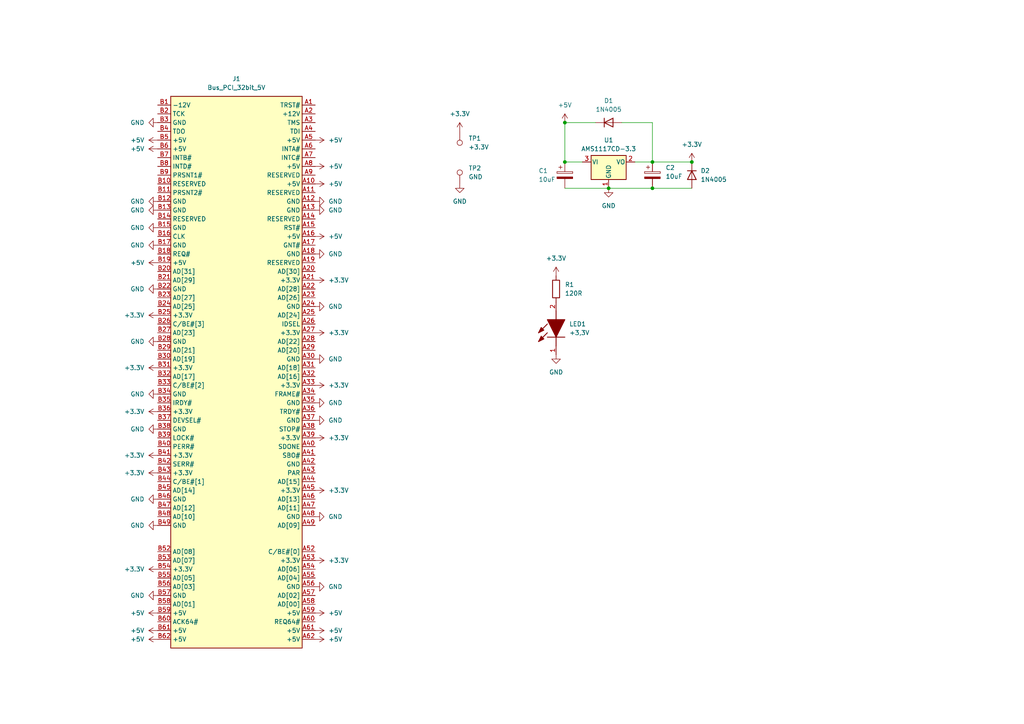
<source format=kicad_sch>
(kicad_sch (version 20230121) (generator eeschema)
  (paper "A4")
  (lib_symbols
    (symbol "Connector:Bus_PCI_32bit_5V"
      (property "Reference" "J" (at 0 80.01 0))
      (property "Value" "Bus_PCI_32bit_5V" (at 0 -82.55 0))
      (symbol "Bus_PCI_32bit_5V_0_1"
        (rectangle (start -19.05 -81.28) (end 19.05 78.74) (stroke (width 0.254)) (fill (type background)))
      )
      (symbol "Bus_PCI_32bit_5V_1_1"
        (pin output line (at 22.86 76.2 180) (length 3.81) (name "TRST#") (number "A1"))
        (pin power_in line (at 22.86 53.34 180) (length 3.81) (name "+5V") (number "A10"))
        (pin passive line (at 22.86 50.8 180) (length 3.81) (name "RESERVED") (number "A11"))
        (pin power_in line (at 22.86 48.26 180) (length 3.81) (name "GND") (number "A12"))
        (pin power_in line (at 22.86 45.72 180) (length 3.81) (name "GND") (number "A13"))
        (pin passive line (at 22.86 43.18 180) (length 3.81) (name "RESERVED") (number "A14"))
        (pin output line (at 22.86 40.64 180) (length 3.81) (name "RST#") (number "A15"))
        (pin power_in line (at 22.86 38.1 180) (length 3.81) (name "+5V") (number "A16"))
        (pin bidirectional line (at 22.86 35.56 180) (length 3.81) (name "GNT#") (number "A17"))
        (pin power_in line (at 22.86 33.02 180) (length 3.81) (name "GND") (number "A18"))
        (pin passive line (at 22.86 30.48 180) (length 3.81) (name "RESERVED") (number "A19"))
        (pin power_in line (at 22.86 73.66 180) (length 3.81) (name "+12V") (number "A2"))
        (pin bidirectional line (at 22.86 27.94 180) (length 3.81) (name "AD[30]") (number "A20"))
        (pin power_in line (at 22.86 25.4 180) (length 3.81) (name "+3.3V") (number "A21"))
        (pin bidirectional line (at 22.86 22.86 180) (length 3.81) (name "AD[28]") (number "A22"))
        (pin bidirectional line (at 22.86 20.32 180) (length 3.81) (name "AD[26]") (number "A23"))
        (pin power_in line (at 22.86 17.78 180) (length 3.81) (name "GND") (number "A24"))
        (pin bidirectional line (at 22.86 15.24 180) (length 3.81) (name "AD[24]") (number "A25"))
        (pin output line (at 22.86 12.7 180) (length 3.81) (name "IDSEL") (number "A26"))
        (pin power_in line (at 22.86 10.16 180) (length 3.81) (name "+3.3V") (number "A27"))
        (pin bidirectional line (at 22.86 7.62 180) (length 3.81) (name "AD[22]") (number "A28"))
        (pin bidirectional line (at 22.86 5.08 180) (length 3.81) (name "AD[20]") (number "A29"))
        (pin output line (at 22.86 71.12 180) (length 3.81) (name "TMS") (number "A3"))
        (pin power_in line (at 22.86 2.54 180) (length 3.81) (name "GND") (number "A30"))
        (pin bidirectional line (at 22.86 0 180) (length 3.81) (name "AD[18]") (number "A31"))
        (pin bidirectional line (at 22.86 -2.54 180) (length 3.81) (name "AD[16]") (number "A32"))
        (pin power_in line (at 22.86 -5.08 180) (length 3.81) (name "+3.3V") (number "A33"))
        (pin bidirectional line (at 22.86 -7.62 180) (length 3.81) (name "FRAME#") (number "A34"))
        (pin power_in line (at 22.86 -10.16 180) (length 3.81) (name "GND") (number "A35"))
        (pin bidirectional line (at 22.86 -12.7 180) (length 3.81) (name "TRDY#") (number "A36"))
        (pin power_in line (at 22.86 -15.24 180) (length 3.81) (name "GND") (number "A37"))
        (pin bidirectional line (at 22.86 -17.78 180) (length 3.81) (name "STOP#") (number "A38"))
        (pin power_in line (at 22.86 -20.32 180) (length 3.81) (name "+3.3V") (number "A39"))
        (pin output line (at 22.86 68.58 180) (length 3.81) (name "TDI") (number "A4"))
        (pin bidirectional line (at 22.86 -22.86 180) (length 3.81) (name "SDONE") (number "A40"))
        (pin bidirectional line (at 22.86 -25.4 180) (length 3.81) (name "SBO#") (number "A41"))
        (pin power_in line (at 22.86 -27.94 180) (length 3.81) (name "GND") (number "A42"))
        (pin bidirectional line (at 22.86 -30.48 180) (length 3.81) (name "PAR") (number "A43"))
        (pin bidirectional line (at 22.86 -33.02 180) (length 3.81) (name "AD[15]") (number "A44"))
        (pin power_in line (at 22.86 -35.56 180) (length 3.81) (name "+3.3V") (number "A45"))
        (pin bidirectional line (at 22.86 -38.1 180) (length 3.81) (name "AD[13]") (number "A46"))
        (pin bidirectional line (at 22.86 -40.64 180) (length 3.81) (name "AD[11]") (number "A47"))
        (pin power_in line (at 22.86 -43.18 180) (length 3.81) (name "GND") (number "A48"))
        (pin bidirectional line (at 22.86 -45.72 180) (length 3.81) (name "AD[09]") (number "A49"))
        (pin power_in line (at 22.86 66.04 180) (length 3.81) (name "+5V") (number "A5"))
        (pin bidirectional line (at 22.86 -53.34 180) (length 3.81) (name "C/BE#[0]") (number "A52"))
        (pin power_in line (at 22.86 -55.88 180) (length 3.81) (name "+3.3V") (number "A53"))
        (pin bidirectional line (at 22.86 -58.42 180) (length 3.81) (name "AD[06]") (number "A54"))
        (pin bidirectional line (at 22.86 -60.96 180) (length 3.81) (name "AD[04]") (number "A55"))
        (pin power_in line (at 22.86 -63.5 180) (length 3.81) (name "GND") (number "A56"))
        (pin bidirectional line (at 22.86 -66.04 180) (length 3.81) (name "AD[02]") (number "A57"))
        (pin bidirectional line (at 22.86 -68.58 180) (length 3.81) (name "AD[00]") (number "A58"))
        (pin power_in line (at 22.86 -71.12 180) (length 3.81) (name "+5V") (number "A59"))
        (pin input line (at 22.86 63.5 180) (length 3.81) (name "INTA#") (number "A6"))
        (pin bidirectional line (at 22.86 -73.66 180) (length 3.81) (name "REQ64#") (number "A60"))
        (pin power_in line (at 22.86 -76.2 180) (length 3.81) (name "+5V") (number "A61"))
        (pin power_in line (at 22.86 -78.74 180) (length 3.81) (name "+5V") (number "A62"))
        (pin input line (at 22.86 60.96 180) (length 3.81) (name "INTC#") (number "A7"))
        (pin power_in line (at 22.86 58.42 180) (length 3.81) (name "+5V") (number "A8"))
        (pin passive line (at 22.86 55.88 180) (length 3.81) (name "RESERVED") (number "A9"))
        (pin power_in line (at -22.86 76.2 0) (length 3.81) (name "-12V") (number "B1"))
        (pin passive line (at -22.86 53.34 0) (length 3.81) (name "RESERVED") (number "B10"))
        (pin input line (at -22.86 50.8 0) (length 3.81) (name "PRSNT2#") (number "B11"))
        (pin power_in line (at -22.86 48.26 0) (length 3.81) (name "GND") (number "B12"))
        (pin power_in line (at -22.86 45.72 0) (length 3.81) (name "GND") (number "B13"))
        (pin passive line (at -22.86 43.18 0) (length 3.81) (name "RESERVED") (number "B14"))
        (pin power_in line (at -22.86 40.64 0) (length 3.81) (name "GND") (number "B15"))
        (pin output line (at -22.86 38.1 0) (length 3.81) (name "CLK") (number "B16"))
        (pin power_in line (at -22.86 35.56 0) (length 3.81) (name "GND") (number "B17"))
        (pin bidirectional line (at -22.86 33.02 0) (length 3.81) (name "REQ#") (number "B18"))
        (pin power_in line (at -22.86 30.48 0) (length 3.81) (name "+5V") (number "B19"))
        (pin output line (at -22.86 73.66 0) (length 3.81) (name "TCK") (number "B2"))
        (pin bidirectional line (at -22.86 27.94 0) (length 3.81) (name "AD[31]") (number "B20"))
        (pin bidirectional line (at -22.86 25.4 0) (length 3.81) (name "AD[29]") (number "B21"))
        (pin power_in line (at -22.86 22.86 0) (length 3.81) (name "GND") (number "B22"))
        (pin bidirectional line (at -22.86 20.32 0) (length 3.81) (name "AD[27]") (number "B23"))
        (pin bidirectional line (at -22.86 17.78 0) (length 3.81) (name "AD[25]") (number "B24"))
        (pin power_in line (at -22.86 15.24 0) (length 3.81) (name "+3.3V") (number "B25"))
        (pin bidirectional line (at -22.86 12.7 0) (length 3.81) (name "C/BE#[3]") (number "B26"))
        (pin bidirectional line (at -22.86 10.16 0) (length 3.81) (name "AD[23]") (number "B27"))
        (pin power_in line (at -22.86 7.62 0) (length 3.81) (name "GND") (number "B28"))
        (pin bidirectional line (at -22.86 5.08 0) (length 3.81) (name "AD[21]") (number "B29"))
        (pin power_in line (at -22.86 71.12 0) (length 3.81) (name "GND") (number "B3"))
        (pin bidirectional line (at -22.86 2.54 0) (length 3.81) (name "AD[19]") (number "B30"))
        (pin power_in line (at -22.86 0 0) (length 3.81) (name "+3.3V") (number "B31"))
        (pin bidirectional line (at -22.86 -2.54 0) (length 3.81) (name "AD[17]") (number "B32"))
        (pin bidirectional line (at -22.86 -5.08 0) (length 3.81) (name "C/BE#[2]") (number "B33"))
        (pin power_in line (at -22.86 -7.62 0) (length 3.81) (name "GND") (number "B34"))
        (pin bidirectional line (at -22.86 -10.16 0) (length 3.81) (name "IRDY#") (number "B35"))
        (pin power_in line (at -22.86 -12.7 0) (length 3.81) (name "+3.3V") (number "B36"))
        (pin bidirectional line (at -22.86 -15.24 0) (length 3.81) (name "DEVSEL#") (number "B37"))
        (pin power_in line (at -22.86 -17.78 0) (length 3.81) (name "GND") (number "B38"))
        (pin bidirectional line (at -22.86 -20.32 0) (length 3.81) (name "LOCK#") (number "B39"))
        (pin input line (at -22.86 68.58 0) (length 3.81) (name "TDO") (number "B4"))
        (pin bidirectional line (at -22.86 -22.86 0) (length 3.81) (name "PERR#") (number "B40"))
        (pin power_in line (at -22.86 -25.4 0) (length 3.81) (name "+3.3V") (number "B41"))
        (pin input line (at -22.86 -27.94 0) (length 3.81) (name "SERR#") (number "B42"))
        (pin power_in line (at -22.86 -30.48 0) (length 3.81) (name "+3.3V") (number "B43"))
        (pin bidirectional line (at -22.86 -33.02 0) (length 3.81) (name "C/BE#[1]") (number "B44"))
        (pin bidirectional line (at -22.86 -35.56 0) (length 3.81) (name "AD[14]") (number "B45"))
        (pin power_in line (at -22.86 -38.1 0) (length 3.81) (name "GND") (number "B46"))
        (pin bidirectional line (at -22.86 -40.64 0) (length 3.81) (name "AD[12]") (number "B47"))
        (pin bidirectional line (at -22.86 -43.18 0) (length 3.81) (name "AD[10]") (number "B48"))
        (pin power_in line (at -22.86 -45.72 0) (length 3.81) (name "GND") (number "B49"))
        (pin power_in line (at -22.86 66.04 0) (length 3.81) (name "+5V") (number "B5"))
        (pin bidirectional line (at -22.86 -53.34 0) (length 3.81) (name "AD[08]") (number "B52"))
        (pin bidirectional line (at -22.86 -55.88 0) (length 3.81) (name "AD[07]") (number "B53"))
        (pin input line (at -22.86 -58.42 0) (length 3.81) (name "+3.3V") (number "B54"))
        (pin bidirectional line (at -22.86 -60.96 0) (length 3.81) (name "AD[05]") (number "B55"))
        (pin bidirectional line (at -22.86 -63.5 0) (length 3.81) (name "AD[03]") (number "B56"))
        (pin power_in line (at -22.86 -66.04 0) (length 3.81) (name "GND") (number "B57"))
        (pin bidirectional line (at -22.86 -68.58 0) (length 3.81) (name "AD[01]") (number "B58"))
        (pin power_in line (at -22.86 -71.12 0) (length 3.81) (name "+5V") (number "B59"))
        (pin power_in line (at -22.86 63.5 0) (length 3.81) (name "+5V") (number "B6"))
        (pin bidirectional line (at -22.86 -73.66 0) (length 3.81) (name "ACK64#") (number "B60"))
        (pin power_in line (at -22.86 -76.2 0) (length 3.81) (name "+5V") (number "B61"))
        (pin power_in line (at -22.86 -78.74 0) (length 3.81) (name "+5V") (number "B62"))
        (pin input line (at -22.86 60.96 0) (length 3.81) (name "INTB#") (number "B7"))
        (pin input line (at -22.86 58.42 0) (length 3.81) (name "INTD#") (number "B8"))
        (pin input line (at -22.86 55.88 0) (length 3.81) (name "PRSNT1#") (number "B9"))
      )
    )
    (symbol "Connector:TestPoint" (pin_numbers hide) (pin_names (offset 0.762) hide)
      (property "Reference" "TP" (at 0 6.858 0))
      (property "Value" "TestPoint" (at 0 5.08 0))
      (symbol "TestPoint_0_1"
        (circle (center 0 3.302) (radius 0.762))
      )
      (symbol "TestPoint_1_1"
        (pin passive line (at 0 0 90) (length 2.54) (name "1") (number "1"))
      )
    )
    (symbol "Device:C_Polarized" (pin_numbers hide) (pin_names (offset 0.254))
      (property "Reference" "C" (at 0.635 2.54 0))
      (property "Value" "C_Polarized" (at 0.635 -2.54 0))
      (symbol "C_Polarized_0_1"
        (rectangle (start -2.286 0.508) (end 2.286 1.016))
        (polyline (pts (xy -1.778 2.286) (xy -0.762 2.286)))
        (polyline (pts (xy -1.27 2.794) (xy -1.27 1.778)))
        (rectangle (start 2.286 -0.508) (end -2.286 -1.016) (fill (type outline)))
      )
      (symbol "C_Polarized_1_1"
        (pin passive line (at 0 3.81 270) (length 2.794) (name "~") (number "1"))
        (pin passive line (at 0 -3.81 90) (length 2.794) (name "~") (number "2"))
      )
    )
    (symbol "Device:D" (pin_numbers hide) (pin_names (offset 1.016) hide)
      (property "Reference" "D" (at 0 2.54 0))
      (property "Value" "D" (at 0 -2.54 0))
      (symbol "D_0_1"
        (polyline (pts (xy -1.27 1.27) (xy -1.27 -1.27)) (stroke (width 0.254)))
        (polyline (pts (xy 1.27 0) (xy -1.27 0)))
        (polyline (pts (xy 1.27 1.27) (xy 1.27 -1.27) (xy -1.27 0) (xy 1.27 1.27)) (stroke (width 0.254)))
      )
      (symbol "D_1_1"
        (pin passive line (at -3.81 0 0) (length 2.54) (name "K") (number "1"))
        (pin passive line (at 3.81 0 180) (length 2.54) (name "A") (number "2"))
      )
    )
    (symbol "Device:R" (pin_numbers hide) (pin_names (offset 0))
      (property "Reference" "R" (at 2.032 0 90))
      (property "Value" "R" (at 0 0 90))
      (symbol "R_0_1"
        (rectangle (start -1.016 -2.54) (end 1.016 2.54) (stroke (width 0.254)))
      )
      (symbol "R_1_1"
        (pin passive line (at 0 3.81 270) (length 1.27) (name "~") (number "1"))
        (pin passive line (at 0 -3.81 90) (length 1.27) (name "~") (number "2"))
      )
    )
    (symbol "LTL-4231NHBP:LTL-4231NHBP" (pin_names hide)
      (property "Reference" "LED" (at 12.7 8.89 0))
      (property "Value" "LTL-4231NHBP" (at 12.7 6.35 0))
      (symbol "LTL-4231NHBP_1_1"
        (polyline (pts (xy 2.54 0) (xy 5.08 0)) (stroke (width 0.254)))
        (polyline (pts (xy 5.08 2.54) (xy 5.08 -2.54)) (stroke (width 0.254)))
        (polyline (pts (xy 6.35 2.54) (xy 3.81 5.08)) (stroke (width 0.254)))
        (polyline (pts (xy 8.89 2.54) (xy 6.35 5.08)) (stroke (width 0.254)))
        (polyline (pts (xy 10.16 0) (xy 12.7 0)) (stroke (width 0.254)))
        (polyline (pts (xy 5.08 0) (xy 10.16 2.54) (xy 10.16 -2.54) (xy 5.08 0)) (stroke (width 0.254)) (fill (type outline)))
        (polyline (pts (xy 5.334 4.318) (xy 4.572 3.556) (xy 3.81 5.08) (xy 5.334 4.318)) (stroke (width 0.254)) (fill (type outline)))
        (polyline (pts (xy 7.874 4.318) (xy 7.112 3.556) (xy 6.35 5.08) (xy 7.874 4.318)) (stroke (width 0.254)) (fill (type outline)))
        (pin passive line (at 0 0 0) (length 2.54) (name "K") (number "1"))
        (pin passive line (at 15.24 0 180) (length 2.54) (name "A") (number "2"))
      )
    )
    (symbol "Regulator_Linear:AMS1117CD-3.3" (pin_names (offset 0.254))
      (property "Reference" "U" (at -3.81 3.175 0))
      (property "Value" "AMS1117CD-3.3" (at 0 3.175 0))
      (symbol "AMS1117CD-3.3_0_1"
        (rectangle (start -5.08 -5.08) (end 5.08 1.905) (stroke (width 0.254)) (fill (type background)))
      )
      (symbol "AMS1117CD-3.3_1_1"
        (pin power_in line (at 0 -7.62 90) (length 2.54) (name "GND") (number "1"))
        (pin power_out line (at 7.62 0 180) (length 2.54) (name "VO") (number "2"))
        (pin power_in line (at -7.62 0 0) (length 2.54) (name "VI") (number "3"))
      )
    )
    (symbol "power:+3.3V" (power) (pin_names (offset 0))
      (property "Value" "+3.3V" (at 0 3.556 0))
      (symbol "+3.3V_0_1"
        (polyline (pts (xy -0.762 1.27) (xy 0 2.54)))
        (polyline (pts (xy 0 0) (xy 0 2.54)))
        (polyline (pts (xy 0 2.54) (xy 0.762 1.27)))
      )
      (symbol "+3.3V_1_1"
        (pin power_in line (at 0 0 90) (length 0) hide (name "+3.3V") (number "1"))
      )
    )
    (symbol "power:+5V" (power) (pin_names (offset 0))
      (property "Value" "+5V" (at 0 3.556 0))
      (symbol "+5V_0_1"
        (polyline (pts (xy -0.762 1.27) (xy 0 2.54)))
        (polyline (pts (xy 0 0) (xy 0 2.54)))
        (polyline (pts (xy 0 2.54) (xy 0.762 1.27)))
      )
      (symbol "+5V_1_1"
        (pin power_in line (at 0 0 90) (length 0) hide (name "+5V") (number "1"))
      )
    )
    (symbol "power:GND" (power) (pin_names (offset 0))
      (property "Value" "GND" (at 0 -3.81 0))
      (symbol "GND_0_1"
        (polyline (pts (xy 0 0) (xy 0 -1.27) (xy 1.27 -1.27) (xy 0 -2.54) (xy -1.27 -1.27) (xy 0 -1.27)))
      )
      (symbol "GND_1_1"
        (pin power_in line (at 0 0 270) (length 0) hide (name "GND") (number "1"))
      )
    )
  )
  (junction (at 163.83 46.99))
  (junction (at 189.23 54.61))
  (junction (at 163.83 35.56))
  (junction (at 189.23 46.99))
  (junction (at 200.66 46.99))
  (junction (at 176.53 54.61))
  (wire (pts (xy 180.34 35.56) (xy 189.23 35.56)))
  (wire (pts (xy 184.15 46.99) (xy 189.23 46.99)))
  (wire (pts (xy 163.83 46.99) (xy 168.91 46.99)))
  (wire (pts (xy 176.53 54.61) (xy 189.23 54.61)))
  (wire (pts (xy 172.72 35.56) (xy 163.83 35.56)))
  (wire (pts (xy 189.23 46.99) (xy 200.66 46.99)))
  (wire (pts (xy 163.83 54.61) (xy 176.53 54.61)))
  (wire (pts (xy 163.83 35.56) (xy 163.83 46.99)))
  (wire (pts (xy 189.23 54.61) (xy 200.66 54.61)))
  (wire (pts (xy 189.23 35.56) (xy 189.23 46.99)))
  (symbol (lib_id "power:+3.3V") (at 45.72 132.08 90) (unit 1)
    (property "Reference" "#PWR032" (effects hide))
    (property "Value" "+3.3V" (at 41.91 132.08 90) (effects (justify left)))
  )
  (symbol (lib_id "power:+3.3V") (at 91.44 96.52 270) (unit 1)
    (property "Reference" "#PWR054" (effects hide))
    (property "Value" "+3.3V" (at 95.25 96.52 90) (effects (justify left)))
  )
  (symbol (lib_id "Device:C_Polarized") (at 163.83 50.8 0) (unit 1)
    (property "Reference" "C1" (at 156.21 49.53 0) (effects (justify left)))
    (property "Value" "10uF" (at 156.21 52.07 0) (effects (justify left)))
    (property "Footprint" "Capacitor_THT:C_Axial_L5.1mm_D3.1mm_P10.00mm_Horizontal" (effects hide))
  )
  (symbol (lib_id "power:GND") (at 45.72 71.12 270) (unit 1)
    (property "Reference" "#PWR023" (effects hide))
    (property "Value" "GND" (at 41.91 71.12 90) (effects (justify right)))
  )
  (symbol (lib_id "Regulator_Linear:AMS1117CD-3.3") (at 176.53 46.99 0) (unit 1)
    (property "Reference" "U1" (at 176.53 40.64 0))
    (property "Value" "AMS1117CD-3.3" (at 176.53 43.18 0))
    (property "Footprint" "Package_TO_SOT_SMD:TO-252-3_TabPin2" (effects hide))
    (property "Datasheet" "http://www.advanced-monolithic.com/pdf/ds1117.pdf" (effects hide))
  )
  (symbol (lib_id "power:+5V") (at 91.44 177.8 270) (unit 1)
    (property "Reference" "#PWR047" (effects hide))
    (property "Value" "+5V" (at 95.25 177.8 90) (effects (justify left)))
  )
  (symbol (lib_id "Device:D") (at 200.66 50.8 270) (unit 1)
    (property "Reference" "D2" (at 203.2 49.53 90) (effects (justify left)))
    (property "Value" "1N4005" (at 203.2 52.07 90) (effects (justify left)))
    (property "Footprint" "Diode_THT:D_DO-41_SOD81_P7.62mm_Horizontal" (effects hide))
    (property "Sim.Device" "D" (effects hide))
    (property "Sim.Pins" "1=K 2=A" (effects hide))
  )
  (symbol (lib_id "power:+3.3V") (at 45.72 119.38 90) (unit 1)
    (property "Reference" "#PWR033" (effects hide))
    (property "Value" "+3.3V" (at 41.91 119.38 90) (effects (justify left)))
  )
  (symbol (lib_id "power:+5V") (at 163.83 35.56 0) (unit 1)
    (property "Reference" "#PWR03" (effects hide))
    (property "Value" "+5V" (at 163.83 30.48 0))
  )
  (symbol (lib_id "power:+3.3V") (at 91.44 127 270) (unit 1)
    (property "Reference" "#PWR055" (effects hide))
    (property "Value" "+3.3V" (at 95.25 127 90) (effects (justify left)))
  )
  (symbol (lib_id "power:+5V") (at 45.72 40.64 90) (unit 1)
    (property "Reference" "#PWR013" (effects hide))
    (property "Value" "+5V" (at 41.91 40.64 90) (effects (justify left)))
  )
  (symbol (lib_id "power:+5V") (at 91.44 48.26 270) (unit 1)
    (property "Reference" "#PWR049" (effects hide))
    (property "Value" "+5V" (at 95.25 48.26 90) (effects (justify left)))
  )
  (symbol (lib_id "power:GND") (at 91.44 149.86 90) (unit 1)
    (property "Reference" "#PWR043" (effects hide))
    (property "Value" "GND" (at 95.25 149.86 90) (effects (justify right)))
  )
  (symbol (lib_id "power:GND") (at 91.44 73.66 90) (unit 1)
    (property "Reference" "#PWR038" (effects hide))
    (property "Value" "GND" (at 95.25 73.66 90) (effects (justify right)))
  )
  (symbol (lib_id "Device:C_Polarized") (at 189.23 50.8 0) (unit 1)
    (property "Reference" "C2" (at 193.04 48.641 0) (effects (justify left)))
    (property "Value" "10uF" (at 193.04 51.181 0) (effects (justify left)))
    (property "Footprint" "Capacitor_THT:C_Axial_L5.1mm_D3.1mm_P10.00mm_Horizontal" (effects hide))
  )
  (symbol (lib_id "power:GND") (at 45.72 152.4 270) (unit 1)
    (property "Reference" "#PWR029" (effects hide))
    (property "Value" "GND" (at 41.91 152.4 90) (effects (justify right)))
  )
  (symbol (lib_id "Connector:TestPoint") (at 133.35 38.1 180) (unit 1)
    (property "Reference" "TP1" (at 135.89 40.132 0) (effects (justify right)))
    (property "Value" "+3.3V" (at 135.89 42.672 0) (effects (justify right)))
    (property "Footprint" "Connector_PinSocket_2.54mm:PinSocket_1x01_P2.54mm_Vertical" (effects hide))
  )
  (symbol (lib_id "power:GND") (at 45.72 99.06 270) (unit 1)
    (property "Reference" "#PWR025" (effects hide))
    (property "Value" "GND" (at 41.91 99.06 90) (effects (justify right)))
  )
  (symbol (lib_id "power:+5V") (at 45.72 182.88 90) (unit 1)
    (property "Reference" "#PWR017" (effects hide))
    (property "Value" "+5V" (at 41.91 182.88 90) (effects (justify left)))
  )
  (symbol (lib_id "power:+5V") (at 45.72 76.2 90) (unit 1)
    (property "Reference" "#PWR015" (effects hide))
    (property "Value" "+5V" (at 41.91 76.2 90) (effects (justify left)))
  )
  (symbol (lib_id "power:GND") (at 45.72 35.56 270) (unit 1)
    (property "Reference" "#PWR019" (effects hide))
    (property "Value" "GND" (at 41.91 35.56 90) (effects (justify right)))
  )
  (symbol (lib_id "power:+3.3V") (at 161.29 80.01 0) (unit 1)
    (property "Reference" "#PWR07" (effects hide))
    (property "Value" "+3.3V" (at 161.29 74.93 0))
  )
  (symbol (lib_id "power:+3.3V") (at 91.44 162.56 270) (unit 1)
    (property "Reference" "#PWR057" (effects hide))
    (property "Value" "+3.3V" (at 95.25 162.56 90) (effects (justify left)))
  )
  (symbol (lib_id "power:GND") (at 176.53 54.61 0) (unit 1)
    (property "Reference" "#PWR01" (effects hide))
    (property "Value" "GND" (at 176.53 59.69 0))
  )
  (symbol (lib_id "power:GND") (at 133.35 53.34 0) (unit 1)
    (property "Reference" "#PWR06" (effects hide))
    (property "Value" "GND" (at 133.35 58.42 0))
  )
  (symbol (lib_id "power:GND") (at 161.29 102.87 0) (unit 1)
    (property "Reference" "#PWR05" (effects hide))
    (property "Value" "GND" (at 161.29 107.95 0))
  )
  (symbol (lib_id "Device:R") (at 161.29 83.82 0) (unit 1)
    (property "Reference" "R1" (at 163.83 82.55 0) (effects (justify left)))
    (property "Value" "120R" (at 163.83 85.09 0) (effects (justify left)))
    (property "Footprint" "Resistor_THT:R_Axial_DIN0207_L6.3mm_D2.5mm_P10.16mm_Horizontal" (effects hide))
  )
  (symbol (lib_id "power:+5V") (at 45.72 177.8 90) (unit 1)
    (property "Reference" "#PWR016" (effects hide))
    (property "Value" "+5V" (at 41.91 177.8 90) (effects (justify left)))
  )
  (symbol (lib_id "power:GND") (at 91.44 116.84 90) (unit 1)
    (property "Reference" "#PWR041" (effects hide))
    (property "Value" "GND" (at 95.25 116.84 90) (effects (justify right)))
  )
  (symbol (lib_id "LTL-4231NHBP:LTL-4231NHBP") (at 161.29 102.87 90) (unit 1)
    (property "Reference" "LED1" (at 165.1 93.98 90) (effects (justify right)))
    (property "Value" "+3,3V" (at 165.1 96.52 90) (effects (justify right)))
    (property "Footprint" "LED_THT:LED_D5.0mm" (effects hide))
    (property "Datasheet" "https://componentsearchengine.com/Datasheets/1/LTL-4231NHBP.pdf" (effects hide))
    (property "Height" "7.55" (effects hide))
    (property "Manufacturer_Name" "Lite-On" (effects hide))
    (property "Manufacturer_Part_Number" "LTL-4231NHBP" (effects hide))
    (property "Mouser Part Number" "859-LTL-4231NHBP" (effects hide))
    (property "Mouser Price/Stock" "https://www.mouser.co.uk/ProductDetail/Lite-On/LTL-4231NHBP?qs=WxFF5lh7QM2y6uVLsOQYHw%3D%3D" (effects hide))
    (property "Arrow Part Number" "LTL-4231NHBP" (effects hide))
    (property "Arrow Price/Stock" "https://www.arrow.com/en/products/ltl-4231nhbp/lite-on-technology?region=nac" (effects hide))
  )
  (symbol (lib_id "power:+3.3V") (at 45.72 165.1 90) (unit 1)
    (property "Reference" "#PWR030" (effects hide))
    (property "Value" "+3.3V" (at 41.91 165.1 90) (effects (justify left)))
  )
  (symbol (lib_id "power:GND") (at 91.44 88.9 90) (unit 1)
    (property "Reference" "#PWR039" (effects hide))
    (property "Value" "GND" (at 95.25 88.9 90) (effects (justify right)))
  )
  (symbol (lib_id "power:GND") (at 45.72 144.78 270) (unit 1)
    (property "Reference" "#PWR028" (effects hide))
    (property "Value" "GND" (at 41.91 144.78 90) (effects (justify right)))
  )
  (symbol (lib_id "power:GND") (at 45.72 172.72 270) (unit 1)
    (property "Reference" "#PWR02" (effects hide))
    (property "Value" "GND" (at 41.91 172.72 90) (effects (justify right)))
  )
  (symbol (lib_id "power:GND") (at 45.72 83.82 270) (unit 1)
    (property "Reference" "#PWR024" (effects hide))
    (property "Value" "GND" (at 41.91 83.82 90) (effects (justify right)))
  )
  (symbol (lib_id "power:+3.3V") (at 91.44 142.24 270) (unit 1)
    (property "Reference" "#PWR056" (effects hide))
    (property "Value" "+3.3V" (at 95.25 142.24 90) (effects (justify left)))
  )
  (symbol (lib_id "power:GND") (at 91.44 60.96 90) (unit 1)
    (property "Reference" "#PWR037" (effects hide))
    (property "Value" "GND" (at 95.25 60.96 90) (effects (justify right)))
  )
  (symbol (lib_id "power:+3.3V") (at 91.44 111.76 270) (unit 1)
    (property "Reference" "#PWR053" (effects hide))
    (property "Value" "+3.3V" (at 95.25 111.76 90) (effects (justify left)))
  )
  (symbol (lib_id "Connector:Bus_PCI_32bit_5V") (at 68.58 106.68 0) (unit 1)
    (property "Reference" "J1" (at 68.58 22.86 0))
    (property "Value" "Bus_PCI_32bit_5V" (at 68.58 25.4 0))
    (property "Footprint" "PCI Blaster:BUS_PCI" (effects hide))
    (property "Datasheet" "http://pinouts.ru/Slots/PCI_pinout.shtml" (effects hide))
  )
  (symbol (lib_id "power:+5V") (at 91.44 40.64 270) (unit 1)
    (property "Reference" "#PWR051" (effects hide))
    (property "Value" "+5V" (at 95.25 40.64 90) (effects (justify left)))
  )
  (symbol (lib_id "power:+3.3V") (at 45.72 106.68 90) (unit 1)
    (property "Reference" "#PWR034" (effects hide))
    (property "Value" "+3.3V" (at 41.91 106.68 90) (effects (justify left)))
  )
  (symbol (lib_id "power:+3.3V") (at 91.44 81.28 270) (unit 1)
    (property "Reference" "#PWR052" (effects hide))
    (property "Value" "+3.3V" (at 95.25 81.28 90) (effects (justify left)))
  )
  (symbol (lib_id "power:GND") (at 45.72 124.46 270) (unit 1)
    (property "Reference" "#PWR027" (effects hide))
    (property "Value" "GND" (at 41.91 124.46 90) (effects (justify right)))
  )
  (symbol (lib_id "Device:D") (at 176.53 35.56 0) (unit 1)
    (property "Reference" "D1" (at 176.53 29.21 0))
    (property "Value" "1N4005" (at 176.53 31.75 0))
    (property "Footprint" "Diode_THT:D_DO-41_SOD81_P7.62mm_Horizontal" (effects hide))
    (property "Sim.Device" "D" (effects hide))
    (property "Sim.Pins" "1=K 2=A" (effects hide))
  )
  (symbol (lib_id "power:GND") (at 91.44 104.14 90) (unit 1)
    (property "Reference" "#PWR040" (effects hide))
    (property "Value" "GND" (at 95.25 104.14 90) (effects (justify right)))
  )
  (symbol (lib_id "power:+3.3V") (at 200.66 46.99 0) (unit 1)
    (property "Reference" "#PWR04" (effects hide))
    (property "Value" "+3.3V" (at 200.66 41.91 0))
  )
  (symbol (lib_id "Connector:TestPoint") (at 133.35 53.34 0) (unit 1)
    (property "Reference" "TP2" (at 135.89 48.768 0) (effects (justify left)))
    (property "Value" "GND" (at 135.89 51.308 0) (effects (justify left)))
    (property "Footprint" "Connector_PinSocket_2.54mm:PinSocket_1x01_P2.54mm_Vertical" (effects hide))
  )
  (symbol (lib_id "power:GND") (at 45.72 114.3 270) (unit 1)
    (property "Reference" "#PWR026" (effects hide))
    (property "Value" "GND" (at 41.91 114.3 90) (effects (justify right)))
  )
  (symbol (lib_id "power:+5V") (at 45.72 185.42 90) (unit 1)
    (property "Reference" "#PWR018" (effects hide))
    (property "Value" "+5V" (at 41.91 185.42 90) (effects (justify left)))
  )
  (symbol (lib_id "power:+5V") (at 91.44 185.42 270) (unit 1)
    (property "Reference" "#PWR045" (effects hide))
    (property "Value" "+5V" (at 95.25 185.42 90) (effects (justify left)))
  )
  (symbol (lib_id "power:+3.3V") (at 45.72 91.44 90) (unit 1)
    (property "Reference" "#PWR035" (effects hide))
    (property "Value" "+3.3V" (at 41.91 91.44 90) (effects (justify left)))
  )
  (symbol (lib_id "power:+5V") (at 45.72 43.18 90) (unit 1)
    (property "Reference" "#PWR014" (effects hide))
    (property "Value" "+5V" (at 41.91 43.18 90) (effects (justify left)))
  )
  (symbol (lib_id "power:GND") (at 45.72 58.42 270) (unit 1)
    (property "Reference" "#PWR020" (effects hide))
    (property "Value" "GND" (at 41.91 58.42 90) (effects (justify right)))
  )
  (symbol (lib_id "power:+5V") (at 91.44 182.88 270) (unit 1)
    (property "Reference" "#PWR046" (effects hide))
    (property "Value" "+5V" (at 95.25 182.88 90) (effects (justify left)))
  )
  (symbol (lib_id "power:GND") (at 91.44 170.18 90) (unit 1)
    (property "Reference" "#PWR044" (effects hide))
    (property "Value" "GND" (at 95.25 170.18 90) (effects (justify right)))
  )
  (symbol (lib_id "power:+5V") (at 91.44 68.58 270) (unit 1)
    (property "Reference" "#PWR048" (effects hide))
    (property "Value" "+5V" (at 95.25 68.58 90) (effects (justify left)))
  )
  (symbol (lib_id "power:GND") (at 91.44 121.92 90) (unit 1)
    (property "Reference" "#PWR042" (effects hide))
    (property "Value" "GND" (at 95.25 121.92 90) (effects (justify right)))
  )
  (symbol (lib_id "power:+5V") (at 91.44 53.34 270) (unit 1)
    (property "Reference" "#PWR050" (effects hide))
    (property "Value" "+5V" (at 95.25 53.34 90) (effects (justify left)))
  )
  (symbol (lib_id "power:+3.3V") (at 45.72 137.16 90) (unit 1)
    (property "Reference" "#PWR031" (effects hide))
    (property "Value" "+3.3V" (at 41.91 137.16 90) (effects (justify left)))
  )
  (symbol (lib_id "power:+3.3V") (at 133.35 38.1 0) (unit 1)
    (property "Reference" "#PWR08" (effects hide))
    (property "Value" "+3.3V" (at 133.35 33.02 0))
  )
  (symbol (lib_id "power:GND") (at 45.72 66.04 270) (unit 1)
    (property "Reference" "#PWR022" (effects hide))
    (property "Value" "GND" (at 41.91 66.04 90) (effects (justify right)))
  )
  (symbol (lib_id "power:GND") (at 45.72 60.96 270) (unit 1)
    (property "Reference" "#PWR021" (effects hide))
    (property "Value" "GND" (at 41.91 60.96 90) (effects (justify right)))
  )
  (symbol (lib_id "power:GND") (at 91.44 58.42 90) (unit 1)
    (property "Reference" "#PWR036" (effects hide))
    (property "Value" "GND" (at 95.25 58.42 90) (effects (justify right)))
  )
)
</source>
